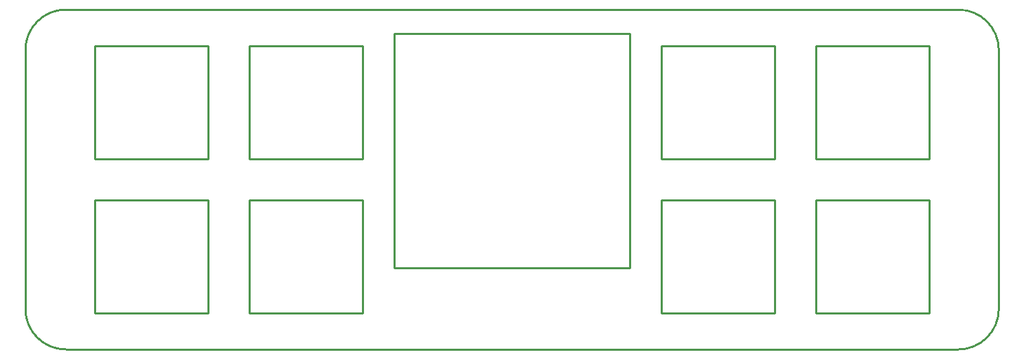
<source format=gbr>
%TF.GenerationSoftware,KiCad,Pcbnew,(6.0.4)*%
%TF.CreationDate,2022-04-30T20:49:41+02:00*%
%TF.ProjectId,switchplate,73776974-6368-4706-9c61-74652e6b6963,rev?*%
%TF.SameCoordinates,Original*%
%TF.FileFunction,Profile,NP*%
%FSLAX46Y46*%
G04 Gerber Fmt 4.6, Leading zero omitted, Abs format (unit mm)*
G04 Created by KiCad (PCBNEW (6.0.4)) date 2022-04-30 20:49:41*
%MOMM*%
%LPD*%
G01*
G04 APERTURE LIST*
%TA.AperFunction,Profile*%
%ADD10C,0.250000*%
%TD*%
G04 APERTURE END LIST*
D10*
X136010000Y-79765000D02*
X136010000Y-108765000D01*
X205510000Y-76805000D02*
X95510000Y-76805000D01*
X187960000Y-81280000D02*
X187960000Y-95280000D01*
X90510000Y-113805000D02*
G75*
G03*
X95510000Y-118805000I5000000J0D01*
G01*
X210510000Y-81805000D02*
G75*
G03*
X205510000Y-76805000I-5000000J0D01*
G01*
X168910000Y-95280000D02*
X182910000Y-95280000D01*
X201960000Y-114330000D02*
X201960000Y-100330000D01*
X168910000Y-114330000D02*
X182910000Y-114330000D01*
X187960000Y-114330000D02*
X201960000Y-114330000D01*
X201960000Y-95280000D02*
X201960000Y-81280000D01*
X182910000Y-95280000D02*
X182910000Y-81280000D01*
X118110000Y-100330000D02*
X118110000Y-114330000D01*
X132110000Y-81280000D02*
X118110000Y-81280000D01*
X90510000Y-81805000D02*
X90510000Y-113805000D01*
X187960000Y-95280000D02*
X201960000Y-95280000D01*
X168910000Y-100330000D02*
X168910000Y-114330000D01*
X99060000Y-81280000D02*
X99060000Y-95280000D01*
X99060000Y-114330000D02*
X113060000Y-114330000D01*
X132110000Y-114330000D02*
X132110000Y-100330000D01*
X205510000Y-118805000D02*
G75*
G03*
X210510000Y-113805000I0J5000000D01*
G01*
X182910000Y-100330000D02*
X168910000Y-100330000D01*
X165010000Y-79765000D02*
X136010000Y-79765000D01*
X118110000Y-81280000D02*
X118110000Y-95280000D01*
X165010000Y-108765000D02*
X165010000Y-79765000D01*
X113060000Y-100330000D02*
X99060000Y-100330000D01*
X210510000Y-113805000D02*
X210510000Y-81805000D01*
X201960000Y-81280000D02*
X187960000Y-81280000D01*
X118110000Y-114330000D02*
X132110000Y-114330000D01*
X118110000Y-95280000D02*
X132110000Y-95280000D01*
X99060000Y-95280000D02*
X113060000Y-95280000D01*
X187960000Y-100330000D02*
X187960000Y-114330000D01*
X182910000Y-81280000D02*
X168910000Y-81280000D01*
X95510000Y-76805000D02*
G75*
G03*
X90510000Y-81805000I0J-5000000D01*
G01*
X132110000Y-95280000D02*
X132110000Y-81280000D01*
X99060000Y-100330000D02*
X99060000Y-114330000D01*
X136010000Y-108765000D02*
X165010000Y-108765000D01*
X168910000Y-81280000D02*
X168910000Y-95280000D01*
X113060000Y-114330000D02*
X113060000Y-100330000D01*
X201960000Y-100330000D02*
X187960000Y-100330000D01*
X132110000Y-100330000D02*
X118110000Y-100330000D01*
X95510000Y-118805000D02*
X205510000Y-118805000D01*
X113060000Y-95280000D02*
X113060000Y-81280000D01*
X182910000Y-114330000D02*
X182910000Y-100330000D01*
X113060000Y-81280000D02*
X99060000Y-81280000D01*
M02*

</source>
